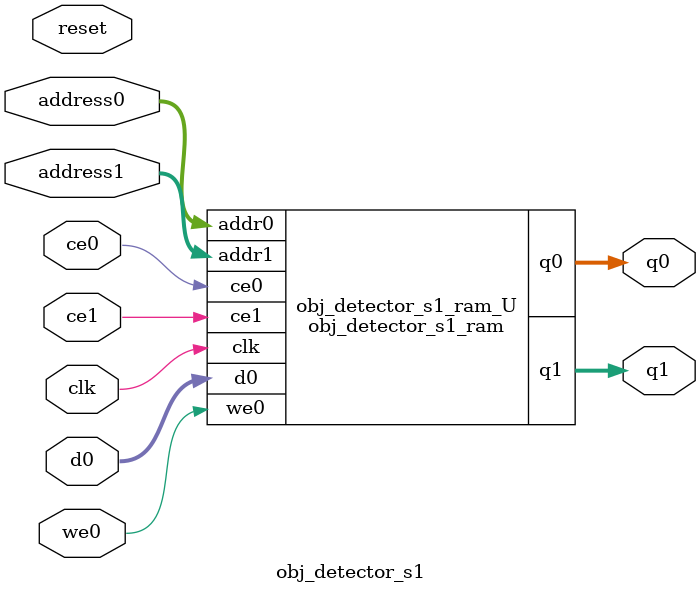
<source format=v>

`timescale 1 ns / 1 ps
module obj_detector_s1_ram (addr0, ce0, d0, we0, q0, addr1, ce1, q1,  clk);

parameter DWIDTH = 32;
parameter AWIDTH = 12;
parameter MEM_SIZE = 3456;

input[AWIDTH-1:0] addr0;
input ce0;
input[DWIDTH-1:0] d0;
input we0;
output reg[DWIDTH-1:0] q0;
input[AWIDTH-1:0] addr1;
input ce1;
output reg[DWIDTH-1:0] q1;
input clk;

(* ram_style = "block" *)reg [DWIDTH-1:0] ram[MEM_SIZE-1:0];




always @(posedge clk)  
begin 
    if (ce0) 
    begin
        if (we0) 
        begin 
            ram[addr0] <= d0; 
            q0 <= d0;
        end 
        else 
            q0 <= ram[addr0];
    end
end


always @(posedge clk)  
begin 
    if (ce1) 
    begin
            q1 <= ram[addr1];
    end
end


endmodule


`timescale 1 ns / 1 ps
module obj_detector_s1(
    reset,
    clk,
    address0,
    ce0,
    we0,
    d0,
    q0,
    address1,
    ce1,
    q1);

parameter DataWidth = 32'd32;
parameter AddressRange = 32'd3456;
parameter AddressWidth = 32'd12;
input reset;
input clk;
input[AddressWidth - 1:0] address0;
input ce0;
input we0;
input[DataWidth - 1:0] d0;
output[DataWidth - 1:0] q0;
input[AddressWidth - 1:0] address1;
input ce1;
output[DataWidth - 1:0] q1;



obj_detector_s1_ram obj_detector_s1_ram_U(
    .clk( clk ),
    .addr0( address0 ),
    .ce0( ce0 ),
    .d0( d0 ),
    .we0( we0 ),
    .q0( q0 ),
    .addr1( address1 ),
    .ce1( ce1 ),
    .q1( q1 ));

endmodule


</source>
